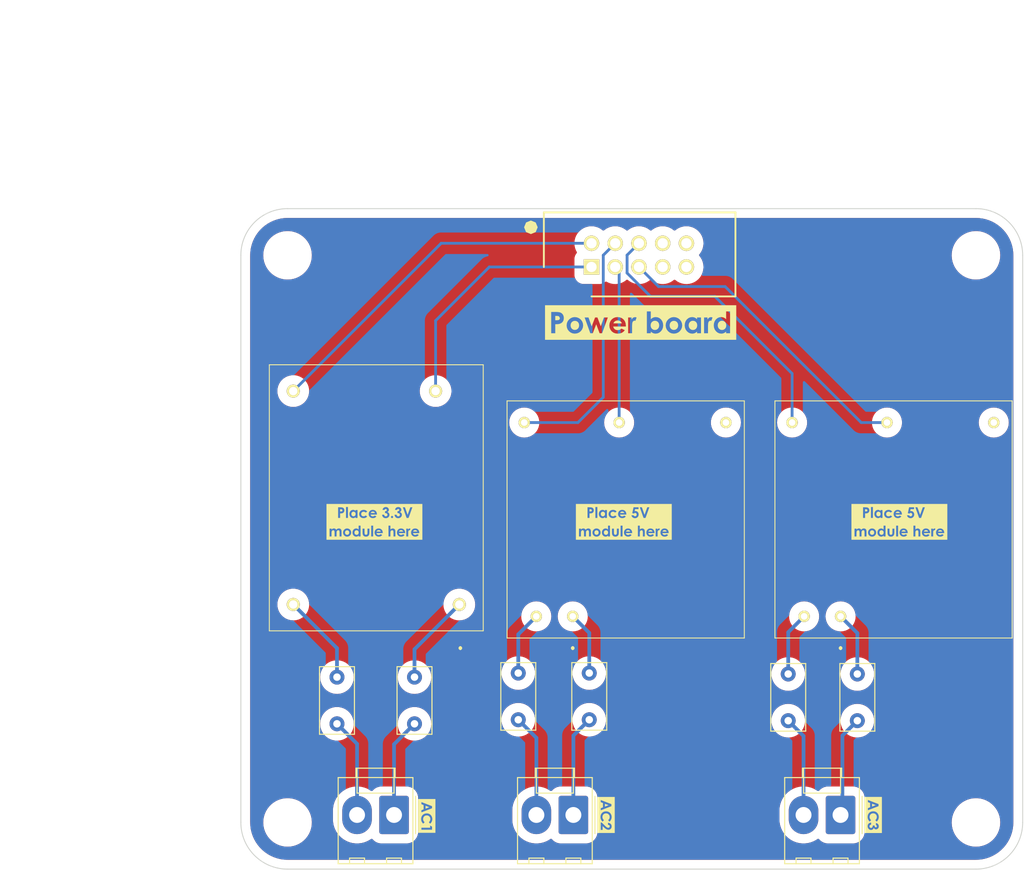
<source format=kicad_pcb>
(kicad_pcb (version 20211014) (generator pcbnew)
  (layers (0 "F.Cu" mixed) (31 "B.Cu" mixed) (34 "B.Paste" user) (35 "F.Paste" user) (36 "B.SilkS" user "B.Silkscreen") (37 "F.SilkS" user "F.Silkscreen") (38 "B.Mask" user) (39 "F.Mask" user) (44 "Edge.Cuts" user))
  (net 0 "")
  (net 1 "Net-(J1-Pad1)")
  (net 2 "Net-(J1-Pad2)")
  (net 3 "Net-(J2-Pad1)")
  (net 4 "Net-(J2-Pad2)")
  (net 5 "Net-(J3-Pad1)")
  (net 6 "Net-(J3-Pad2)")
  (net 7 "Net-(J4-Pad1)")
  (net 8 "Net-(J4-Pad3)")
  (net 9 "Net-(J4-Pad5)")
  (net 10 "Net-(J4-Pad2)")
  (net 11 "Net-(J4-Pad4)")
  (net 12 "Net-(J4-Pad6)")
  (net 13 "Net-(L1-Pad2)")
  (net 14 "Net-(L2-Pad2)")
  (net 15 "Net-(L3-Pad2)")
  (net 16 "Net-(L4-Pad2)")
  (net 17 "Net-(L5-Pad2)")
  (net 18 "Net-(L6-Pad2)")
  (footprint "Connector_Molex:Molex_KK-396_A-41791-0002_1x02_P3.96mm_Vertical" (layer "F.Cu") (at 132.7 122.405 180)
    (fp_text reference "J1" hide)
    (fp_text value "AC2")
    (pad "1" thru_hole roundrect (at 0 0 180) (size 3.16 4.1) (drill 1.7) (layers *.Cu *.Mask) (roundrect_rratio 0.079114) (net 1 "Net-(J1-Pad1)"))
    (pad "2" thru_hole oval (at 3.96 0 180) (size 3.16 4.1) (drill 1.7) (layers *.Cu *.Mask) (net 2 "Net-(J1-Pad2)"))
  )
  (footprint "RAC03-3.3SK:RAC0305SK" (layer "F.Cu") (at 120.49 99.86 90)
    (fp_text reference "PS1" hide)
    (fp_text value "RAC03-3.3SK" hide)
    (pad "1" thru_hole circle (at 0 0 180) (size 1.4 1.4) (drill 0.9) (layers *.Cu *.Mask "F.SilkS") (net 14 "Net-(L2-Pad2)"))
    (pad "2" thru_hole circle (at 22.86 -2.54 180) (size 1.4 1.4) (drill 0.9) (layers *.Cu *.Mask "F.SilkS") (net 7 "Net-(J4-Pad1)"))
    (pad "3" thru_hole circle (at 22.86 -17.78 180) (size 1.4 1.4) (drill 0.9) (layers *.Cu *.Mask "F.SilkS") (net 10 "Net-(J4-Pad2)"))
    (pad "4" thru_hole circle (at 0 -17.78 180) (size 1.4 1.4) (drill 0.9) (layers *.Cu *.Mask "F.SilkS") (net 13 "Net-(L1-Pad2)"))
  )
  (footprint "kibuzzard-63EE9D9B" (layer "F.Cu") (at 128.15 59.455)
    (fp_text reference "kibuzzard-63EE9D9B" hide)
    (fp_text value "G***" hide)
  )
  (footprint "MountingHole:MountingHole_3.2mm_M3" (layer "F.Cu") (at 175.8 62.455)
    (fp_text reference "H3" hide)
    (fp_text value "MountingHole")
    (pad "" np_thru_hole circle (at 0 0) (size 3.2 3.2) (drill 3.2) (layers *.Cu *.Mask))
  )
  (footprint "kibuzzard-63EEA0F8" (layer "F.Cu") (at 139.9 69.655)
    (fp_text reference "kibuzzard-63EEA0F8" hide)
    (fp_text value "G***" hide)
  )
  (footprint "Capacitor_THT:C_Rect_L7.0mm_W3.5mm_P5.00mm" (layer "F.Cu") (at 134.4 112.205 90)
    (fp_text reference "L4" hide)
    (fp_text value "L")
    (pad "1" thru_hole circle (at 0 0 90) (size 1.6 1.6) (drill 0.8) (layers *.Cu *.Mask) (net 1 "Net-(J1-Pad1)"))
    (pad "2" thru_hole circle (at 5 0 90) (size 1.6 1.6) (drill 0.8) (layers *.Cu *.Mask) (net 16 "Net-(L4-Pad2)"))
  )
  (footprint "Capacitor_THT:C_Rect_L7.0mm_W3.5mm_P5.00mm" (layer "F.Cu") (at 126.8 112.205 90)
    (fp_text reference "L3" hide)
    (fp_text value "L")
    (pad "1" thru_hole circle (at 0 0 90) (size 1.6 1.6) (drill 0.8) (layers *.Cu *.Mask) (net 2 "Net-(J1-Pad2)"))
    (pad "2" thru_hole circle (at 5 0 90) (size 1.6 1.6) (drill 0.8) (layers *.Cu *.Mask) (net 15 "Net-(L3-Pad2)"))
  )
  (footprint "RAC05-05SK:RAC0505SK" (layer "F.Cu") (at 132.63 101.13 90)
    (fp_text reference "PS2" hide)
    (fp_text value "RAC05-05SK" hide)
    (pad "1" thru_hole circle (at 0 0 180) (size 1.217 1.217) (drill 0.71) (layers *.Cu *.Mask "F.SilkS") (net 16 "Net-(L4-Pad2)"))
    (pad "2" thru_hole circle (at 0 -3.9 180) (size 1.217 1.217) (drill 0.71) (layers *.Cu *.Mask "F.SilkS") (net 15 "Net-(L3-Pad2)"))
    (pad "3" thru_hole circle (at 20.76 16.4 180) (size 1.217 1.217) (drill 0.71) (layers *.Cu *.Mask "F.SilkS"))
    (pad "4" thru_hole circle (at 20.76 4.97 180) (size 1.217 1.217) (drill 0.71) (layers *.Cu *.Mask "F.SilkS") (net 8 "Net-(J4-Pad3)"))
    (pad "5" thru_hole circle (at 20.76 -5.19 180) (size 1.217 1.217) (drill 0.71) (layers *.Cu *.Mask "F.SilkS") (net 11 "Net-(J4-Pad4)"))
  )
  (footprint "kibuzzard-63EEA072" (layer "F.Cu") (at 164.8 122.405 -90)
    (fp_text reference "kibuzzard-63EEA072" hide)
    (fp_text value "G***" hide)
  )
  (footprint "Capacitor_THT:C_Rect_L7.0mm_W3.5mm_P5.00mm" (layer "F.Cu") (at 107.391321 112.64 90)
    (fp_text reference "L1" hide)
    (fp_text value "L")
    (pad "1" thru_hole circle (at 0 0 90) (size 1.6 1.6) (drill 0.8) (layers *.Cu *.Mask) (net 6 "Net-(J3-Pad2)"))
    (pad "2" thru_hole circle (at 5 0 90) (size 1.6 1.6) (drill 0.8) (layers *.Cu *.Mask) (net 13 "Net-(L1-Pad2)"))
  )
  (footprint "Capacitor_THT:C_Rect_L7.0mm_W3.5mm_P5.00mm" (layer "F.Cu") (at 115.691321 112.64 90)
    (fp_text reference "L2" hide)
    (fp_text value "L")
    (pad "1" thru_hole circle (at 0 0 90) (size 1.6 1.6) (drill 0.8) (layers *.Cu *.Mask) (net 5 "Net-(J3-Pad1)"))
    (pad "2" thru_hole circle (at 5 0 90) (size 1.6 1.6) (drill 0.8) (layers *.Cu *.Mask) (net 14 "Net-(L2-Pad2)"))
  )
  (footprint "MountingHole:MountingHole_3.2mm_M3" (layer "F.Cu") (at 102.1 123.205)
    (fp_text reference "H4" hide)
    (fp_text value "MountingHole")
    (pad "" np_thru_hole circle (at 0 0) (size 3.2 3.2) (drill 3.2) (layers *.Cu *.Mask))
  )
  (footprint "kibuzzard-63EE9CF3" (layer "F.Cu") (at 167.6 91.005)
    (fp_text reference "kibuzzard-63EE9CF3" hide)
    (fp_text value "G***" hide)
  )
  (footprint "MountingHole:MountingHole_3.2mm_M3" (layer "F.Cu") (at 175.8 123.205)
    (fp_text reference "H2" hide)
    (fp_text value "MountingHole")
    (pad "" np_thru_hole circle (at 0 0) (size 3.2 3.2) (drill 3.2) (layers *.Cu *.Mask))
  )
  (footprint "MountingHole:MountingHole_3.2mm_M3" (layer "F.Cu") (at 102.1 62.455)
    (fp_text reference "H1" hide)
    (fp_text value "MountingHole")
    (pad "" np_thru_hole circle (at 0 0) (size 3.2 3.2) (drill 3.2) (layers *.Cu *.Mask))
  )
  (footprint "Capacitor_THT:C_Rect_L7.0mm_W3.5mm_P5.00mm" (layer "F.Cu") (at 155.7 112.305 90)
    (fp_text reference "L5" hide)
    (fp_text value "L")
    (pad "1" thru_hole circle (at 0 0 90) (size 1.6 1.6) (drill 0.8) (layers *.Cu *.Mask) (net 4 "Net-(J2-Pad2)"))
    (pad "2" thru_hole circle (at 5 0 90) (size 1.6 1.6) (drill 0.8) (layers *.Cu *.Mask) (net 17 "Net-(L5-Pad2)"))
  )
  (footprint "kibuzzard-63EEA069" (layer "F.Cu") (at 136.2 122.405 -90)
    (fp_text reference "kibuzzard-63EEA069" hide)
    (fp_text value "G***" hide)
  )
  (footprint "Capacitor_THT:C_Rect_L7.0mm_W3.5mm_P5.00mm" (layer "F.Cu") (at 163.1 112.305 90)
    (fp_text reference "L6" hide)
    (fp_text value "L")
    (pad "1" thru_hole circle (at 0 0 90) (size 1.6 1.6) (drill 0.8) (layers *.Cu *.Mask) (net 3 "Net-(J2-Pad1)"))
    (pad "2" thru_hole circle (at 5 0 90) (size 1.6 1.6) (drill 0.8) (layers *.Cu *.Mask) (net 18 "Net-(L6-Pad2)"))
  )
  (footprint "kibuzzard-63EE9CC7" (layer "F.Cu") (at 111.4 91.005)
    (fp_text reference "kibuzzard-63EE9CC7" hide)
    (fp_text value "G***" hide)
  )
  (footprint "Connector_Molex:Molex_KK-396_A-41791-0002_1x02_P3.96mm_Vertical" (layer "F.Cu") (at 161.3 122.405 180)
    (fp_text reference "J2" hide)
    (fp_text value "AC3")
    (pad "1" thru_hole roundrect (at 0 0 180) (size 3.16 4.1) (drill 1.7) (layers *.Cu *.Mask) (roundrect_rratio 0.079114) (net 3 "Net-(J2-Pad1)"))
    (pad "2" thru_hole oval (at 3.96 0 180) (size 3.16 4.1) (drill 1.7) (layers *.Cu *.Mask) (net 4 "Net-(J2-Pad2)"))
  )
  (footprint "RAC05-05SK:RAC0505SK" (layer "F.Cu") (at 161.305 101.13 90)
    (fp_text reference "PS3" hide)
    (fp_text value "RAC05-05SK" hide)
    (pad "1" thru_hole circle (at 0 0 180) (size 1.217 1.217) (drill 0.71) (layers *.Cu *.Mask "F.SilkS") (net 18 "Net-(L6-Pad2)"))
    (pad "2" thru_hole circle (at 0 -3.9 180) (size 1.217 1.217) (drill 0.71) (layers *.Cu *.Mask "F.SilkS") (net 17 "Net-(L5-Pad2)"))
    (pad "3" thru_hole circle (at 20.76 16.4 180) (size 1.217 1.217) (drill 0.71) (layers *.Cu *.Mask "F.SilkS"))
    (pad "4" thru_hole circle (at 20.76 4.97 180) (size 1.217 1.217) (drill 0.71) (layers *.Cu *.Mask "F.SilkS") (net 9 "Net-(J4-Pad5)"))
    (pad "5" thru_hole circle (at 20.76 -5.19 180) (size 1.217 1.217) (drill 0.71) (layers *.Cu *.Mask "F.SilkS") (net 12 "Net-(J4-Pad6)"))
  )
  (footprint "61201021621:SHDR10W64P254_2X5_2036X885X925P" (layer "F.Cu") (at 134.64 63.705)
    (fp_text reference "J4" hide)
    (fp_text value "Conn_02x05_Odd_Even" hide)
    (pad "1" thru_hole rect (at 0 0 90) (size 1.65 1.65) (drill 1.1) (layers *.Cu *.Mask "F.SilkS") (net 7 "Net-(J4-Pad1)"))
    (pad "2" thru_hole circle (at 0 -2.54 90) (size 1.65 1.65) (drill 1.1) (layers *.Cu *.Mask "F.SilkS") (net 10 "Net-(J4-Pad2)"))
    (pad "3" thru_hole circle (at 2.54 0 90) (size 1.65 1.65) (drill 1.1) (layers *.Cu *.Mask "F.SilkS") (net 8 "Net-(J4-Pad3)"))
    (pad "4" thru_hole circle (at 2.54 -2.54 90) (size 1.65 1.65) (drill 1.1) (layers *.Cu *.Mask "F.SilkS") (net 11 "Net-(J4-Pad4)"))
    (pad "5" thru_hole circle (at 5.08 0 90) (size 1.65 1.65) (drill 1.1) (layers *.Cu *.Mask "F.SilkS") (net 9 "Net-(J4-Pad5)"))
    (pad "6" thru_hole circle (at 5.08 -2.54 90) (size 1.65 1.65) (drill 1.1) (layers *.Cu *.Mask "F.SilkS") (net 12 "Net-(J4-Pad6)"))
    (pad "7" thru_hole circle (at 7.62 0 90) (size 1.65 1.65) (drill 1.1) (layers *.Cu *.Mask "F.SilkS"))
    (pad "8" thru_hole circle (at 7.62 -2.54 90) (size 1.65 1.65) (drill 1.1) (layers *.Cu *.Mask "F.SilkS"))
    (pad "9" thru_hole circle (at 10.16 0 90) (size 1.65 1.65) (drill 1.1) (layers *.Cu *.Mask "F.SilkS"))
    (pad "10" thru_hole circle (at 10.16 -2.54 90) (size 1.65 1.65) (drill 1.1) (layers *.Cu *.Mask "F.SilkS"))
  )
  (footprint "kibuzzard-63EE9CEB" (layer "F.Cu") (at 138.1 91.005)
    (fp_text reference "kibuzzard-63EE9CEB" hide)
    (fp_text value "G***" hide)
  )
  (footprint "kibuzzard-63EEA033" (layer "F.Cu") (at 117 122.505 -90)
    (fp_text reference "kibuzzard-63EEA033" hide)
    (fp_text value "G***" hide)
  )
  (footprint "Connector_Molex:Molex_KK-396_A-41791-0002_1x02_P3.96mm_Vertical" (layer "F.Cu") (at 113.5 122.405 180)
    (fp_text reference "J3" hide)
    (fp_text value "AC1")
    (pad "1" thru_hole roundrect (at 0 0 180) (size 3.16 4.1) (drill 1.7) (layers *.Cu *.Mask) (roundrect_rratio 0.079114) (net 5 "Net-(J3-Pad1)"))
    (pad "2" thru_hole oval (at 3.96 0 180) (size 3.16 4.1) (drill 1.7) (layers *.Cu *.Mask) (net 6 "Net-(J3-Pad2)"))
  )
  (gr_line (start 102.1 128.205) (end 175.8 128.205) (layer "Edge.Cuts") (width 0.1))
  (gr_arc (start 97.1 62.455) (mid 98.564466 58.919466) (end 102.1 57.455) (layer "Edge.Cuts") (width 0.1))
  (gr_arc (start 175.8 57.455) (mid 179.335534 58.919466) (end 180.8 62.455) (layer "Edge.Cuts") (width 0.1))
  (gr_line (start 175.8 57.455) (end 102.1 57.455) (layer "Edge.Cuts") (width 0.1))
  (gr_arc (start 180.8 123.205) (mid 179.335534 126.740534) (end 175.8 128.205) (layer "Edge.Cuts") (width 0.1))
  (gr_line (start 180.8 123.205) (end 180.8 62.455) (layer "Edge.Cuts") (width 0.1))
  (gr_arc (start 102.1 128.205) (mid 98.564466 126.740534) (end 97.1 123.205) (layer "Edge.Cuts") (width 0.1))
  (gr_line (start 97.1 62.455) (end 97.1 123.205) (layer "Edge.Cuts") (width 0.1))
  (segment (start 132.7 122.405) (end 132.7 113.905) (width 0.4) (layer "B.Cu") (net 1))
  (segment (start 132.7 113.905) (end 134.4 112.205) (width 0.4) (layer "B.Cu") (net 1))
  (segment (start 128.74 114.145) (end 126.8 112.205) (width 0.4) (layer "B.Cu") (net 2))
  (segment (start 128.74 122.405) (end 128.74 114.145) (width 0.4) (layer "B.Cu") (net 2))
  (segment (start 161.5 122.205) (end 161.5 113.905) (width 0.4) (layer "B.Cu") (net 3))
  (segment (start 161.3 122.405) (end 161.5 122.205) (width 0.4) (layer "B.Cu") (net 3))
  (segment (start 161.5 113.905) (end 163.1 112.305) (width 0.4) (layer "B.Cu") (net 3))
  (segment (start 157.34 122.405) (end 157.34 113.945) (width 0.4) (layer "B.Cu") (net 4))
  (segment (start 157.34 113.945) (end 155.7 112.305) (width 0.4) (layer "B.Cu") (net 4))
  (segment (start 113.5 114.831321) (end 113.5 122.64) (width 0.4) (layer "B.Cu") (net 5))
  (segment (start 115.691321 112.64) (end 113.5 114.831321) (width 0.4) (layer "B.Cu") (net 5))
  (segment (start 109.54 114.788679) (end 107.391321 112.64) (width 0.4) (layer "B.Cu") (net 6))
  (segment (start 109.54 122.64) (end 109.54 114.788679) (width 0.4) (layer "B.Cu") (net 6))
  (segment (start 123.7 63.705) (end 134.64 63.705) (width 0.3) (layer "B.Cu") (net 7))
  (segment (start 117.95 69.455) (end 123.7 63.705) (width 0.3) (layer "B.Cu") (net 7))
  (segment (start 117.95 77) (end 117.95 69.455) (width 0.3) (layer "B.Cu") (net 7))
  (segment (start 137.6 64.125) (end 137.18 63.705) (width 0.3) (layer "B.Cu") (net 8))
  (segment (start 137.6 80.37) (end 137.6 64.125) (width 0.3) (layer "B.Cu") (net 8))
  (segment (start 148.95 65.805) (end 141.82 65.805) (width 0.3) (layer "B.Cu") (net 9))
  (segment (start 166.275 80.37) (end 163.515 80.37) (width 0.3) (layer "B.Cu") (net 9))
  (segment (start 163.515 80.37) (end 148.95 65.805) (width 0.3) (layer "B.Cu") (net 9))
  (segment (start 141.82 65.805) (end 139.72 63.705) (width 0.3) (layer "B.Cu") (net 9))
  (segment (start 118.545 61.165) (end 134.64 61.165) (width 0.3) (layer "B.Cu") (net 10))
  (segment (start 102.71 77) (end 118.545 61.165) (width 0.3) (layer "B.Cu") (net 10))
  (segment (start 133.185 80.37) (end 135.9 77.655) (width 0.3) (layer "B.Cu") (net 11))
  (segment (start 135.9 62.445) (end 137.18 61.165) (width 0.3) (layer "B.Cu") (net 11))
  (segment (start 127.44 80.37) (end 133.185 80.37) (width 0.3) (layer "B.Cu") (net 11))
  (segment (start 135.9 77.655) (end 135.9 62.445) (width 0.3) (layer "B.Cu") (net 11))
  (segment (start 140.95 66.855) (end 138.45 64.355) (width 0.3) (layer "B.Cu") (net 12))
  (segment (start 138.45 62.435) (end 139.72 61.165) (width 0.3) (layer "B.Cu") (net 12))
  (segment (start 156.115 80.37) (end 156.115 75.12) (width 0.3) (layer "B.Cu") (net 12))
  (segment (start 147.85 66.855) (end 140.95 66.855) (width 0.3) (layer "B.Cu") (net 12))
  (segment (start 156.115 75.12) (end 147.85 66.855) (width 0.3) (layer "B.Cu") (net 12))
  (segment (start 138.45 64.355) (end 138.45 62.435) (width 0.3) (layer "B.Cu") (net 12))
  (segment (start 107.391321 104.541321) (end 102.71 99.86) (width 0.4) (layer "B.Cu") (net 13))
  (segment (start 107.391321 107.64) (end 107.391321 104.541321) (width 0.4) (layer "B.Cu") (net 13))
  (segment (start 115.691321 107.64) (end 115.691321 104.658679) (width 0.4) (layer "B.Cu") (net 14))
  (segment (start 115.691321 104.658679) (end 120.49 99.86) (width 0.4) (layer "B.Cu") (net 14))
  (segment (start 126.8 103.06) (end 128.73 101.13) (width 0.4) (layer "B.Cu") (net 15))
  (segment (start 126.8 107.205) (end 126.8 103.06) (width 0.4) (layer "B.Cu") (net 15))
  (segment (start 134.4 102.9) (end 132.63 101.13) (width 0.4) (layer "B.Cu") (net 16))
  (segment (start 134.4 107.205) (end 134.4 102.9) (width 0.4) (layer "B.Cu") (net 16))
  (segment (start 155.7 107.405) (end 155.7 102.835) (width 0.4) (layer "B.Cu") (net 17))
  (segment (start 155.7 102.835) (end 157.405 101.13) (width 0.4) (layer "B.Cu") (net 17))
  (segment (start 163.1 102.925) (end 161.305 101.13) (width 0.4) (layer "B.Cu") (net 18))
  (segment (start 163.1 107.305) (end 163.1 102.925) (width 0.4) (layer "B.Cu") (net 18))
  (zone (net 0) (net_name "") (layers F&B.Cu) (connect_pads yes (clearance 1)) (min_thickness 0.254) (fill yes (thermal_gap 0.508) (thermal_bridge_width 0.508))
    (polygon (pts (xy 176.7 57.555) (xy 177.6 57.755) (xy 178.4 58.155) (xy 179.3 58.855) (xy 179.9 59.555) (xy 180.2 60.055) (xy 180.7 61.355) (xy 180.8 62.155) (xy 180.8 123.655) (xy 180.5 124.855) (xy 180.3 125.355) (xy 179.8 126.155) (xy 179.1 126.955) (xy 178.4 127.455) (xy 177.4 127.955) (xy 176.6 128.155) (xy 101.8 128.155) (xy 100.9 128.055) (xy 99.6 127.555) (xy 98.4 126.555) (xy 97.8 125.755) (xy 97.4 124.955) (xy 97.2 124.055) (xy 97.1 123.255) (xy 97.1 62.155) (xy 97.2 61.355) (xy 97.6 60.255) (xy 98.1 59.355) (xy 98.8 58.655) (xy 99.9 57.955) (xy 100.6 57.655) (xy 101.4 57.455) (xy 176 57.455)))
  )
)
</source>
